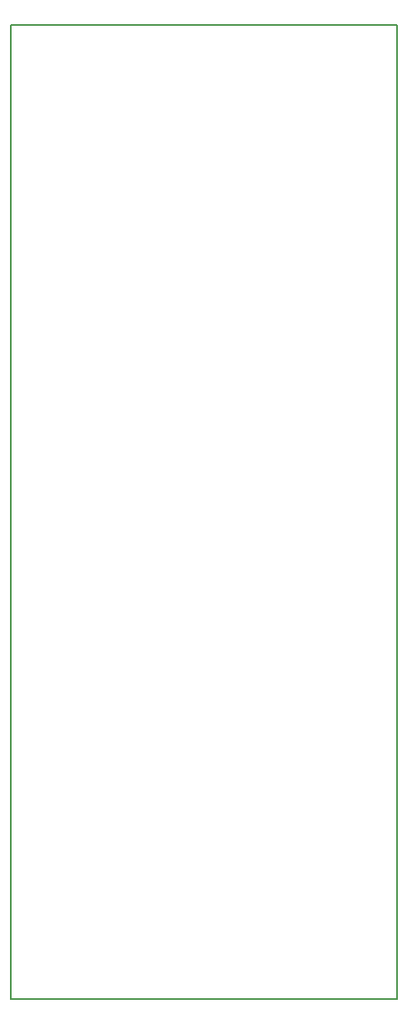
<source format=gbr>
G04 #@! TF.GenerationSoftware,KiCad,Pcbnew,5.0.2+dfsg1-1~bpo9+1*
G04 #@! TF.CreationDate,2019-04-11T13:04:55-07:00*
G04 #@! TF.ProjectId,Drum,4472756d-2e6b-4696-9361-645f70636258,rev?*
G04 #@! TF.SameCoordinates,Original*
G04 #@! TF.FileFunction,Profile,NP*
%FSLAX46Y46*%
G04 Gerber Fmt 4.6, Leading zero omitted, Abs format (unit mm)*
G04 Created by KiCad (PCBNEW 5.0.2+dfsg1-1~bpo9+1) date Thu 11 Apr 2019 01:04:55 PM PDT*
%MOMM*%
%LPD*%
G01*
G04 APERTURE LIST*
%ADD10C,0.150000*%
G04 APERTURE END LIST*
D10*
X176784000Y-145542000D02*
X137414000Y-145542000D01*
X176784000Y-46482000D02*
X176784000Y-145542000D01*
X137414000Y-46482000D02*
X176784000Y-46482000D01*
X137414000Y-145542000D02*
X137414000Y-46482000D01*
M02*

</source>
